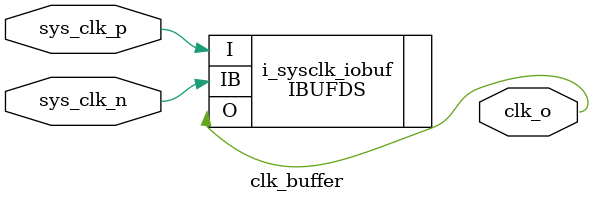
<source format=sv>

module clk_buffer(
    input           sys_clk_p,
    input           sys_clk_n,
    
    output          clk_o

    );
    
    
    IBUFDS #(
    .IOSTANDARD("LVDS"),
    .IBUF_LOW_PWR("FALSE")
  ) i_sysclk_iobuf (
    .I(sys_clk_p),
    .IB(sys_clk_n),
    .O(clk_o)
  );
    
endmodule

</source>
